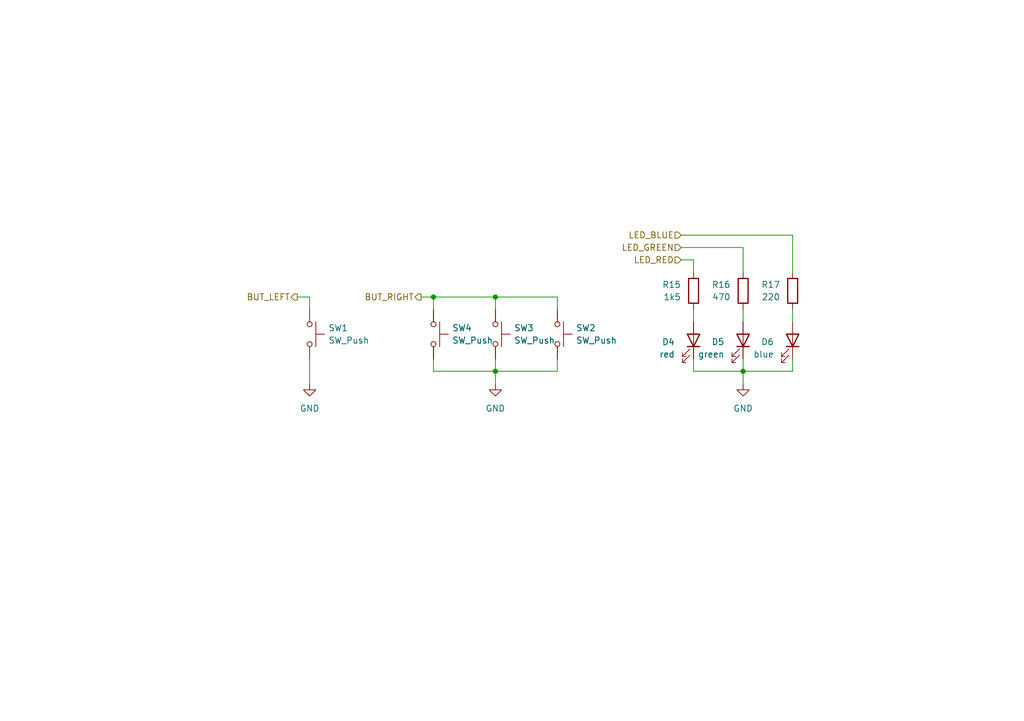
<source format=kicad_sch>
(kicad_sch (version 20230121) (generator eeschema)
  (paper "A5")
  (title_block (title "hmi") (date "2024-07-31") (rev "1.0"))
  (lib_symbols
    (symbol "drake_10b:GND" (power) (pin_names (offset 0))
      (property "Value" "GND" (at 0 -3.81 0))
      (symbol "GND_0_1"
        (polyline (pts (xy 0 0) (xy 0 -1.27) (xy 1.27 -1.27) (xy 0 -2.54) (xy -1.27 -1.27) (xy 0 -1.27)))
      )
      (symbol "GND_1_1"
        (pin power_in line (at 0 0 270) (length 0) hide (name "GND") (number "1"))
      )
    )
    (symbol "drake_10b:LED" (pin_numbers hide) (pin_names (offset 1.016) hide)
      (property "Reference" "D" (at 0 2.54 0))
      (property "Value" "LED" (at 0 -2.54 0))
      (symbol "LED_0_1"
        (polyline (pts (xy -1.27 -1.27) (xy -1.27 1.27)) (stroke (width 0.254)))
        (polyline (pts (xy -1.27 0) (xy 1.27 0)))
        (polyline (pts (xy 1.27 -1.27) (xy 1.27 1.27) (xy -1.27 0) (xy 1.27 -1.27)) (stroke (width 0.254)))
        (polyline (pts (xy -3.048 -0.762) (xy -4.572 -2.286) (xy -3.81 -2.286) (xy -4.572 -2.286) (xy -4.572 -1.524)))
        (polyline (pts (xy -1.778 -0.762) (xy -3.302 -2.286) (xy -2.54 -2.286) (xy -3.302 -2.286) (xy -3.302 -1.524)))
      )
      (symbol "LED_1_1"
        (pin passive line (at -3.81 0 0) (length 2.54) (name "K") (number "1"))
        (pin passive line (at 3.81 0 180) (length 2.54) (name "A") (number "2"))
      )
    )
    (symbol "drake_10b:R" (pin_numbers hide) (pin_names (offset 0))
      (property "Reference" "R" (at 2.032 0 90))
      (property "Value" "R" (at 0 0 90))
      (symbol "R_0_1"
        (rectangle (start -1.016 -2.54) (end 1.016 2.54) (stroke (width 0.254)))
      )
      (symbol "R_1_1"
        (pin passive line (at 0 3.81 270) (length 1.27) (name "~") (number "1"))
        (pin passive line (at 0 -3.81 90) (length 1.27) (name "~") (number "2"))
      )
    )
    (symbol "drake_10b:SW_Push" (pin_numbers hide) (pin_names (offset 1.016) hide)
      (property "Reference" "SW" (at 1.27 2.54 0))
      (property "Value" "SW_Push" (at 0 -1.524 0))
      (symbol "SW_Push_0_1"
        (circle (center -2.032 0) (radius 0.508))
        (polyline (pts (xy 0 1.27) (xy 0 3.048)))
        (polyline (pts (xy 2.54 1.27) (xy -2.54 1.27)))
        (circle (center 2.032 0) (radius 0.508))
        (pin passive line (at -5.08 0 0) (length 2.54) (name "1") (number "1"))
        (pin passive line (at 5.08 0 180) (length 2.54) (name "2") (number "2"))
      )
    )
  )
  (junction (at 101.6 76.2))
  (junction (at 101.6 60.96))
  (junction (at 152.4 76.2))
  (junction (at 88.9 60.96))
  (wire (pts (xy 152.4 76.2) (xy 142.24 76.2)))
  (wire (pts (xy 101.6 73.66) (xy 101.6 76.2)))
  (wire (pts (xy 88.9 76.2) (xy 101.6 76.2)))
  (wire (pts (xy 162.56 48.26) (xy 139.7 48.26)))
  (wire (pts (xy 114.3 60.96) (xy 114.3 63.5)))
  (wire (pts (xy 152.4 73.66) (xy 152.4 76.2)))
  (wire (pts (xy 142.24 73.66) (xy 142.24 76.2)))
  (wire (pts (xy 162.56 76.2) (xy 162.56 73.66)))
  (wire (pts (xy 101.6 60.96) (xy 114.3 60.96)))
  (wire (pts (xy 101.6 76.2) (xy 114.3 76.2)))
  (wire (pts (xy 101.6 60.96) (xy 101.6 63.5)))
  (wire (pts (xy 162.56 63.5) (xy 162.56 66.04)))
  (wire (pts (xy 88.9 73.66) (xy 88.9 76.2)))
  (wire (pts (xy 152.4 50.8) (xy 152.4 55.88)))
  (wire (pts (xy 60.96 60.96) (xy 63.5 60.96)))
  (wire (pts (xy 63.5 60.96) (xy 63.5 63.5)))
  (wire (pts (xy 63.5 73.66) (xy 63.5 78.74)))
  (wire (pts (xy 101.6 76.2) (xy 101.6 78.74)))
  (wire (pts (xy 152.4 63.5) (xy 152.4 66.04)))
  (wire (pts (xy 152.4 76.2) (xy 152.4 78.74)))
  (wire (pts (xy 162.56 76.2) (xy 152.4 76.2)))
  (wire (pts (xy 114.3 73.66) (xy 114.3 76.2)))
  (wire (pts (xy 162.56 48.26) (xy 162.56 55.88)))
  (wire (pts (xy 88.9 60.96) (xy 88.9 63.5)))
  (wire (pts (xy 142.24 63.5) (xy 142.24 66.04)))
  (wire (pts (xy 88.9 60.96) (xy 101.6 60.96)))
  (wire (pts (xy 86.36 60.96) (xy 88.9 60.96)))
  (wire (pts (xy 142.24 53.34) (xy 142.24 55.88)))
  (wire (pts (xy 139.7 53.34) (xy 142.24 53.34)))
  (wire (pts (xy 139.7 50.8) (xy 152.4 50.8)))
  (hierarchical_label "BUT_LEFT" (shape output) (at 60.96 60.96 180))
  (hierarchical_label "LED_RED" (shape input) (at 139.7 53.34 180))
  (hierarchical_label "LED_BLUE" (shape input) (at 139.7 48.26 180))
  (hierarchical_label "LED_GREEN" (shape input) (at 139.7 50.8 180))
  (hierarchical_label "BUT_RIGHT" (shape output) (at 86.36 60.96 180))
  (symbol (lib_id "drake_10b:LED") (at 142.24 69.85 270) (mirror x) (unit 1)
    (property "Reference" "D4" (at 138.43 70.1675 90) (effects (justify right)))
    (property "Value" "red" (at 138.43 72.7075 90) (effects (justify right)))
    (property "Footprint" "Library:LED_0603_1608Metric" (effects hide))
    (property "JLC" "0603" (effects hide))
    (property "LCSC" "C2286" (effects hide))
  )
  (symbol (lib_id "drake_10b:R") (at 162.56 59.69 0) (mirror x) (unit 1)
    (property "Reference" "R17" (at 160.02 58.42 0) (effects (justify right)))
    (property "Value" "220" (at 160.02 60.96 0) (effects (justify right)))
    (property "Footprint" "Library:R_0402_1005Metric" (effects hide))
    (property "JLC" "0402" (effects hide))
    (property "LCSC" "C25091" (effects hide))
  )
  (symbol (lib_id "drake_10b:SW_Push") (at 101.6 68.58 270) (unit 1)
    (property "Reference" "SW3" (at 105.41 67.31 90) (effects (justify left)))
    (property "Value" "SW_Push" (at 105.41 69.85 90) (effects (justify left)))
    (property "Footprint" "Library:SW_Push_1P1T_XKB_TS-1187A" (effects hide))
    (property "JLC" "SMD" (effects hide))
    (property "LCSC" "C318884" (effects hide))
  )
  (symbol (lib_id "drake_10b:R") (at 152.4 59.69 0) (mirror y) (unit 1)
    (property "Reference" "R16" (at 149.86 58.42 0) (effects (justify left)))
    (property "Value" "470" (at 149.86 60.96 0) (effects (justify left)))
    (property "Footprint" "Library:R_0402_1005Metric" (effects hide))
    (property "JLC" "0402" (effects hide))
    (property "LCSC" "C25117" (effects hide))
  )
  (symbol (lib_id "drake_10b:GND") (at 152.4 78.74 0) (mirror y) (unit 1)
    (property "Reference" "#PWR0100" (effects hide))
    (property "Value" "GND" (at 152.4 83.82 0))
  )
  (symbol (lib_id "drake_10b:SW_Push") (at 63.5 68.58 270) (unit 1)
    (property "Reference" "SW1" (at 67.31 67.31 90) (effects (justify left)))
    (property "Value" "SW_Push" (at 67.31 69.85 90) (effects (justify left)))
    (property "Footprint" "Library:SW_Push_1P1T_XKB_TS-1187A" (effects hide))
    (property "JLC" "SMD" (effects hide))
    (property "LCSC" "C318884" (effects hide))
  )
  (symbol (lib_id "drake_10b:LED") (at 152.4 69.85 270) (mirror x) (unit 1)
    (property "Reference" "D5" (at 148.59 70.1675 90) (effects (justify right)))
    (property "Value" "green" (at 148.59 72.7075 90) (effects (justify right)))
    (property "Footprint" "Library:LED_0603_1608Metric" (effects hide))
    (property "JLC" "0603" (effects hide))
    (property "LCSC" "C2986059" (effects hide))
  )
  (symbol (lib_id "drake_10b:GND") (at 101.6 78.74 0) (unit 1)
    (property "Reference" "#PWR0102" (effects hide))
    (property "Value" "GND" (at 101.6 83.82 0))
  )
  (symbol (lib_id "drake_10b:SW_Push") (at 88.9 68.58 270) (unit 1)
    (property "Reference" "SW4" (at 92.71 67.31 90) (effects (justify left)))
    (property "Value" "SW_Push" (at 92.71 69.85 90) (effects (justify left)))
    (property "Footprint" "Library:SW_Push_1P1T_XKB_TS-1187A" (effects hide))
    (property "JLC" "SMD" (effects hide))
    (property "LCSC" "C318884" (effects hide))
  )
  (symbol (lib_id "drake_10b:SW_Push") (at 114.3 68.58 270) (unit 1)
    (property "Reference" "SW2" (at 118.11 67.31 90) (effects (justify left)))
    (property "Value" "SW_Push" (at 118.11 69.85 90) (effects (justify left)))
    (property "Footprint" "Library:SW_Push_1P1T_XKB_TS-1187A" (effects hide))
    (property "JLC" "SMD" (effects hide))
    (property "LCSC" "C318884" (effects hide))
  )
  (symbol (lib_id "drake_10b:R") (at 142.24 59.69 0) (mirror x) (unit 1)
    (property "Reference" "R15" (at 139.7 58.42 0) (effects (justify right)))
    (property "Value" "1k5" (at 139.7 60.96 0) (effects (justify right)))
    (property "Footprint" "Library:R_0402_1005Metric" (effects hide))
    (property "JLC" "0402" (effects hide))
    (property "LCSC" "C25867" (effects hide))
  )
  (symbol (lib_id "drake_10b:GND") (at 63.5 78.74 0) (unit 1)
    (property "Reference" "#PWR036" (effects hide))
    (property "Value" "GND" (at 63.5 83.82 0))
  )
  (symbol (lib_id "drake_10b:LED") (at 162.56 69.85 270) (mirror x) (unit 1)
    (property "Reference" "D6" (at 158.75 70.1675 90) (effects (justify right)))
    (property "Value" "blue" (at 158.75 72.7075 90) (effects (justify right)))
    (property "Footprint" "Library:LED_0603_1608Metric" (effects hide))
    (property "JCL" "0603" (effects hide))
    (property "LCSC" "C2986058" (effects hide))
  )
)
</source>
